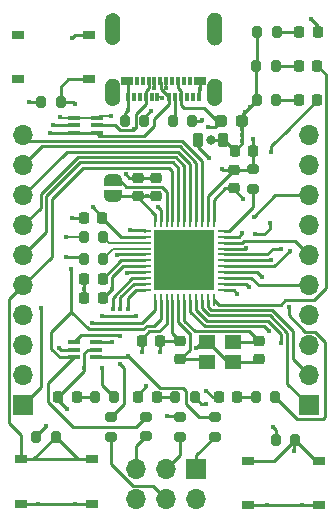
<source format=gbr>
%TF.GenerationSoftware,KiCad,Pcbnew,(6.0.7)*%
%TF.CreationDate,2022-09-02T00:32:44-07:00*%
%TF.ProjectId,HARDWARE_USBC_ISP_Programmer,48415244-5741-4524-955f-555342435f49,rev?*%
%TF.SameCoordinates,Original*%
%TF.FileFunction,Copper,L1,Top*%
%TF.FilePolarity,Positive*%
%FSLAX46Y46*%
G04 Gerber Fmt 4.6, Leading zero omitted, Abs format (unit mm)*
G04 Created by KiCad (PCBNEW (6.0.7)) date 2022-09-02 00:32:44*
%MOMM*%
%LPD*%
G01*
G04 APERTURE LIST*
G04 Aperture macros list*
%AMRoundRect*
0 Rectangle with rounded corners*
0 $1 Rounding radius*
0 $2 $3 $4 $5 $6 $7 $8 $9 X,Y pos of 4 corners*
0 Add a 4 corners polygon primitive as box body*
4,1,4,$2,$3,$4,$5,$6,$7,$8,$9,$2,$3,0*
0 Add four circle primitives for the rounded corners*
1,1,$1+$1,$2,$3*
1,1,$1+$1,$4,$5*
1,1,$1+$1,$6,$7*
1,1,$1+$1,$8,$9*
0 Add four rect primitives between the rounded corners*
20,1,$1+$1,$2,$3,$4,$5,0*
20,1,$1+$1,$4,$5,$6,$7,0*
20,1,$1+$1,$6,$7,$8,$9,0*
20,1,$1+$1,$8,$9,$2,$3,0*%
%AMFreePoly0*
4,1,22,0.500000,-0.750000,0.000000,-0.750000,0.000000,-0.745033,-0.079941,-0.743568,-0.215256,-0.701293,-0.333266,-0.622738,-0.424486,-0.514219,-0.481581,-0.384460,-0.499164,-0.250000,-0.500000,-0.250000,-0.500000,0.250000,-0.499164,0.250000,-0.499963,0.256109,-0.478152,0.396186,-0.417904,0.524511,-0.324060,0.630769,-0.204165,0.706417,-0.067858,0.745374,0.000000,0.744959,0.000000,0.750000,
0.500000,0.750000,0.500000,-0.750000,0.500000,-0.750000,$1*%
%AMFreePoly1*
4,1,20,0.000000,0.744959,0.073905,0.744508,0.209726,0.703889,0.328688,0.626782,0.421226,0.519385,0.479903,0.390333,0.500000,0.250000,0.500000,-0.250000,0.499851,-0.262216,0.476331,-0.402017,0.414519,-0.529596,0.319384,-0.634700,0.198574,-0.708877,0.061801,-0.746166,0.000000,-0.745033,0.000000,-0.750000,-0.500000,-0.750000,-0.500000,0.750000,0.000000,0.750000,0.000000,0.744959,
0.000000,0.744959,$1*%
G04 Aperture macros list end*
%TA.AperFunction,EtchedComponent*%
%ADD10C,0.010000*%
%TD*%
%TA.AperFunction,SMDPad,CuDef*%
%ADD11RoundRect,0.218750X-0.218750X-0.381250X0.218750X-0.381250X0.218750X0.381250X-0.218750X0.381250X0*%
%TD*%
%TA.AperFunction,SMDPad,CuDef*%
%ADD12R,1.000000X0.750000*%
%TD*%
%TA.AperFunction,SMDPad,CuDef*%
%ADD13RoundRect,0.200000X-0.200000X-0.275000X0.200000X-0.275000X0.200000X0.275000X-0.200000X0.275000X0*%
%TD*%
%TA.AperFunction,SMDPad,CuDef*%
%ADD14RoundRect,0.200000X0.200000X0.275000X-0.200000X0.275000X-0.200000X-0.275000X0.200000X-0.275000X0*%
%TD*%
%TA.AperFunction,SMDPad,CuDef*%
%ADD15FreePoly0,90.000000*%
%TD*%
%TA.AperFunction,SMDPad,CuDef*%
%ADD16FreePoly1,90.000000*%
%TD*%
%TA.AperFunction,SMDPad,CuDef*%
%ADD17RoundRect,0.225000X0.250000X-0.225000X0.250000X0.225000X-0.250000X0.225000X-0.250000X-0.225000X0*%
%TD*%
%TA.AperFunction,SMDPad,CuDef*%
%ADD18R,1.400000X1.200000*%
%TD*%
%TA.AperFunction,ComponentPad*%
%ADD19R,1.700000X1.700000*%
%TD*%
%TA.AperFunction,ComponentPad*%
%ADD20O,1.700000X1.700000*%
%TD*%
%TA.AperFunction,SMDPad,CuDef*%
%ADD21RoundRect,0.062500X-0.475000X-0.062500X0.475000X-0.062500X0.475000X0.062500X-0.475000X0.062500X0*%
%TD*%
%TA.AperFunction,SMDPad,CuDef*%
%ADD22RoundRect,0.062500X-0.062500X-0.475000X0.062500X-0.475000X0.062500X0.475000X-0.062500X0.475000X0*%
%TD*%
%TA.AperFunction,SMDPad,CuDef*%
%ADD23R,5.200000X5.200000*%
%TD*%
%TA.AperFunction,SMDPad,CuDef*%
%ADD24RoundRect,0.200000X0.275000X-0.200000X0.275000X0.200000X-0.275000X0.200000X-0.275000X-0.200000X0*%
%TD*%
%TA.AperFunction,SMDPad,CuDef*%
%ADD25RoundRect,0.218750X-0.218750X-0.256250X0.218750X-0.256250X0.218750X0.256250X-0.218750X0.256250X0*%
%TD*%
%TA.AperFunction,SMDPad,CuDef*%
%ADD26RoundRect,0.225000X0.225000X0.250000X-0.225000X0.250000X-0.225000X-0.250000X0.225000X-0.250000X0*%
%TD*%
%TA.AperFunction,SMDPad,CuDef*%
%ADD27R,0.300000X0.700000*%
%TD*%
%TA.AperFunction,SMDPad,CuDef*%
%ADD28R,1.000000X0.700000*%
%TD*%
%TA.AperFunction,ComponentPad*%
%ADD29C,1.200000*%
%TD*%
%TA.AperFunction,SMDPad,CuDef*%
%ADD30RoundRect,0.218750X0.218750X0.256250X-0.218750X0.256250X-0.218750X-0.256250X0.218750X-0.256250X0*%
%TD*%
%TA.AperFunction,SMDPad,CuDef*%
%ADD31RoundRect,0.200000X-0.275000X0.200000X-0.275000X-0.200000X0.275000X-0.200000X0.275000X0.200000X0*%
%TD*%
%TA.AperFunction,SMDPad,CuDef*%
%ADD32RoundRect,0.039000X0.491000X0.156000X-0.491000X0.156000X-0.491000X-0.156000X0.491000X-0.156000X0*%
%TD*%
%TA.AperFunction,SMDPad,CuDef*%
%ADD33RoundRect,0.237500X0.287500X0.237500X-0.287500X0.237500X-0.287500X-0.237500X0.287500X-0.237500X0*%
%TD*%
%TA.AperFunction,SMDPad,CuDef*%
%ADD34RoundRect,0.225000X-0.250000X0.225000X-0.250000X-0.225000X0.250000X-0.225000X0.250000X0.225000X0*%
%TD*%
%TA.AperFunction,SMDPad,CuDef*%
%ADD35RoundRect,0.225000X-0.225000X-0.250000X0.225000X-0.250000X0.225000X0.250000X-0.225000X0.250000X0*%
%TD*%
%TA.AperFunction,SMDPad,CuDef*%
%ADD36RoundRect,0.039000X-0.491000X-0.156000X0.491000X-0.156000X0.491000X0.156000X-0.491000X0.156000X0*%
%TD*%
%TA.AperFunction,ViaPad*%
%ADD37C,0.800000*%
%TD*%
%TA.AperFunction,ViaPad*%
%ADD38C,0.450000*%
%TD*%
%TA.AperFunction,ViaPad*%
%ADD39C,0.400000*%
%TD*%
%TA.AperFunction,Conductor*%
%ADD40C,0.250000*%
%TD*%
%TA.AperFunction,Conductor*%
%ADD41C,0.200000*%
%TD*%
G04 APERTURE END LIST*
%TO.C,J1*%
G36*
X68111000Y-90961000D02*
G01*
X68143000Y-90963000D01*
X68174000Y-90967000D01*
X68205000Y-90973000D01*
X68235000Y-90980000D01*
X68265000Y-90989000D01*
X68295000Y-91000000D01*
X68324000Y-91012000D01*
X68352000Y-91025000D01*
X68380000Y-91040000D01*
X68407000Y-91057000D01*
X68433000Y-91075000D01*
X68458000Y-91094000D01*
X68481000Y-91114000D01*
X68504000Y-91136000D01*
X68526000Y-91159000D01*
X68546000Y-91182000D01*
X68565000Y-91207000D01*
X68583000Y-91233000D01*
X68600000Y-91260000D01*
X68615000Y-91288000D01*
X68628000Y-91316000D01*
X68640000Y-91345000D01*
X68651000Y-91375000D01*
X68660000Y-91405000D01*
X68667000Y-91435000D01*
X68673000Y-91466000D01*
X68677000Y-91497000D01*
X68679000Y-91529000D01*
X68680000Y-91560000D01*
X68680000Y-92560000D01*
X68679000Y-92591000D01*
X68677000Y-92623000D01*
X68673000Y-92654000D01*
X68667000Y-92685000D01*
X68660000Y-92715000D01*
X68651000Y-92745000D01*
X68640000Y-92775000D01*
X68628000Y-92804000D01*
X68615000Y-92832000D01*
X68600000Y-92860000D01*
X68583000Y-92887000D01*
X68565000Y-92913000D01*
X68546000Y-92938000D01*
X68526000Y-92961000D01*
X68504000Y-92984000D01*
X68481000Y-93006000D01*
X68458000Y-93026000D01*
X68433000Y-93045000D01*
X68407000Y-93063000D01*
X68380000Y-93080000D01*
X68352000Y-93095000D01*
X68324000Y-93108000D01*
X68295000Y-93120000D01*
X68265000Y-93131000D01*
X68235000Y-93140000D01*
X68205000Y-93147000D01*
X68174000Y-93153000D01*
X68143000Y-93157000D01*
X68111000Y-93159000D01*
X68080000Y-93160000D01*
X68049000Y-93159000D01*
X68017000Y-93157000D01*
X67986000Y-93153000D01*
X67955000Y-93147000D01*
X67925000Y-93140000D01*
X67895000Y-93131000D01*
X67865000Y-93120000D01*
X67836000Y-93108000D01*
X67808000Y-93095000D01*
X67780000Y-93080000D01*
X67753000Y-93063000D01*
X67727000Y-93045000D01*
X67702000Y-93026000D01*
X67679000Y-93006000D01*
X67656000Y-92984000D01*
X67634000Y-92961000D01*
X67614000Y-92938000D01*
X67595000Y-92913000D01*
X67577000Y-92887000D01*
X67560000Y-92860000D01*
X67545000Y-92832000D01*
X67532000Y-92804000D01*
X67520000Y-92775000D01*
X67509000Y-92745000D01*
X67500000Y-92715000D01*
X67493000Y-92685000D01*
X67487000Y-92654000D01*
X67483000Y-92623000D01*
X67481000Y-92591000D01*
X67480000Y-92560000D01*
X67480000Y-91560000D01*
X67481000Y-91529000D01*
X67483000Y-91497000D01*
X67487000Y-91466000D01*
X67493000Y-91435000D01*
X67500000Y-91405000D01*
X67509000Y-91375000D01*
X67520000Y-91345000D01*
X67532000Y-91316000D01*
X67545000Y-91288000D01*
X67560000Y-91260000D01*
X67577000Y-91233000D01*
X67595000Y-91207000D01*
X67614000Y-91182000D01*
X67634000Y-91159000D01*
X67656000Y-91136000D01*
X67679000Y-91114000D01*
X67702000Y-91094000D01*
X67727000Y-91075000D01*
X67753000Y-91057000D01*
X67780000Y-91040000D01*
X67808000Y-91025000D01*
X67836000Y-91012000D01*
X67865000Y-91000000D01*
X67895000Y-90989000D01*
X67925000Y-90980000D01*
X67955000Y-90973000D01*
X67986000Y-90967000D01*
X68017000Y-90963000D01*
X68049000Y-90961000D01*
X68080000Y-90960000D01*
X68111000Y-90961000D01*
G37*
D10*
X68111000Y-90961000D02*
X68143000Y-90963000D01*
X68174000Y-90967000D01*
X68205000Y-90973000D01*
X68235000Y-90980000D01*
X68265000Y-90989000D01*
X68295000Y-91000000D01*
X68324000Y-91012000D01*
X68352000Y-91025000D01*
X68380000Y-91040000D01*
X68407000Y-91057000D01*
X68433000Y-91075000D01*
X68458000Y-91094000D01*
X68481000Y-91114000D01*
X68504000Y-91136000D01*
X68526000Y-91159000D01*
X68546000Y-91182000D01*
X68565000Y-91207000D01*
X68583000Y-91233000D01*
X68600000Y-91260000D01*
X68615000Y-91288000D01*
X68628000Y-91316000D01*
X68640000Y-91345000D01*
X68651000Y-91375000D01*
X68660000Y-91405000D01*
X68667000Y-91435000D01*
X68673000Y-91466000D01*
X68677000Y-91497000D01*
X68679000Y-91529000D01*
X68680000Y-91560000D01*
X68680000Y-92560000D01*
X68679000Y-92591000D01*
X68677000Y-92623000D01*
X68673000Y-92654000D01*
X68667000Y-92685000D01*
X68660000Y-92715000D01*
X68651000Y-92745000D01*
X68640000Y-92775000D01*
X68628000Y-92804000D01*
X68615000Y-92832000D01*
X68600000Y-92860000D01*
X68583000Y-92887000D01*
X68565000Y-92913000D01*
X68546000Y-92938000D01*
X68526000Y-92961000D01*
X68504000Y-92984000D01*
X68481000Y-93006000D01*
X68458000Y-93026000D01*
X68433000Y-93045000D01*
X68407000Y-93063000D01*
X68380000Y-93080000D01*
X68352000Y-93095000D01*
X68324000Y-93108000D01*
X68295000Y-93120000D01*
X68265000Y-93131000D01*
X68235000Y-93140000D01*
X68205000Y-93147000D01*
X68174000Y-93153000D01*
X68143000Y-93157000D01*
X68111000Y-93159000D01*
X68080000Y-93160000D01*
X68049000Y-93159000D01*
X68017000Y-93157000D01*
X67986000Y-93153000D01*
X67955000Y-93147000D01*
X67925000Y-93140000D01*
X67895000Y-93131000D01*
X67865000Y-93120000D01*
X67836000Y-93108000D01*
X67808000Y-93095000D01*
X67780000Y-93080000D01*
X67753000Y-93063000D01*
X67727000Y-93045000D01*
X67702000Y-93026000D01*
X67679000Y-93006000D01*
X67656000Y-92984000D01*
X67634000Y-92961000D01*
X67614000Y-92938000D01*
X67595000Y-92913000D01*
X67577000Y-92887000D01*
X67560000Y-92860000D01*
X67545000Y-92832000D01*
X67532000Y-92804000D01*
X67520000Y-92775000D01*
X67509000Y-92745000D01*
X67500000Y-92715000D01*
X67493000Y-92685000D01*
X67487000Y-92654000D01*
X67483000Y-92623000D01*
X67481000Y-92591000D01*
X67480000Y-92560000D01*
X67480000Y-91560000D01*
X67481000Y-91529000D01*
X67483000Y-91497000D01*
X67487000Y-91466000D01*
X67493000Y-91435000D01*
X67500000Y-91405000D01*
X67509000Y-91375000D01*
X67520000Y-91345000D01*
X67532000Y-91316000D01*
X67545000Y-91288000D01*
X67560000Y-91260000D01*
X67577000Y-91233000D01*
X67595000Y-91207000D01*
X67614000Y-91182000D01*
X67634000Y-91159000D01*
X67656000Y-91136000D01*
X67679000Y-91114000D01*
X67702000Y-91094000D01*
X67727000Y-91075000D01*
X67753000Y-91057000D01*
X67780000Y-91040000D01*
X67808000Y-91025000D01*
X67836000Y-91012000D01*
X67865000Y-91000000D01*
X67895000Y-90989000D01*
X67925000Y-90980000D01*
X67955000Y-90973000D01*
X67986000Y-90967000D01*
X68017000Y-90963000D01*
X68049000Y-90961000D01*
X68080000Y-90960000D01*
X68111000Y-90961000D01*
G36*
X68110000Y-85402000D02*
G01*
X68142000Y-85406000D01*
X68174000Y-85411000D01*
X68206000Y-85418000D01*
X68238000Y-85427000D01*
X68269000Y-85437000D01*
X68299000Y-85449000D01*
X68329000Y-85463000D01*
X68358000Y-85478000D01*
X68386000Y-85495000D01*
X68414000Y-85513000D01*
X68440000Y-85532000D01*
X68465000Y-85553000D01*
X68490000Y-85575000D01*
X68512000Y-85598000D01*
X68534000Y-85623000D01*
X68555000Y-85649000D01*
X68574000Y-85675000D01*
X68591000Y-85703000D01*
X68607000Y-85731000D01*
X68622000Y-85761000D01*
X68635000Y-85791000D01*
X68646000Y-85821000D01*
X68656000Y-85853000D01*
X68664000Y-85884000D01*
X68671000Y-85916000D01*
X68676000Y-85949000D01*
X68679000Y-85981000D01*
X68680000Y-86014000D01*
X68680000Y-87386000D01*
X68679000Y-87419000D01*
X68676000Y-87451000D01*
X68671000Y-87484000D01*
X68664000Y-87516000D01*
X68656000Y-87547000D01*
X68646000Y-87579000D01*
X68635000Y-87609000D01*
X68622000Y-87639000D01*
X68607000Y-87669000D01*
X68591000Y-87697000D01*
X68574000Y-87725000D01*
X68555000Y-87751000D01*
X68534000Y-87777000D01*
X68512000Y-87802000D01*
X68490000Y-87825000D01*
X68465000Y-87847000D01*
X68440000Y-87868000D01*
X68414000Y-87887000D01*
X68386000Y-87905000D01*
X68358000Y-87922000D01*
X68329000Y-87937000D01*
X68299000Y-87951000D01*
X68269000Y-87963000D01*
X68238000Y-87973000D01*
X68206000Y-87982000D01*
X68174000Y-87989000D01*
X68142000Y-87994000D01*
X68110000Y-87998000D01*
X68080000Y-88000000D01*
X68050000Y-87998000D01*
X68018000Y-87994000D01*
X67986000Y-87989000D01*
X67954000Y-87982000D01*
X67922000Y-87973000D01*
X67891000Y-87963000D01*
X67861000Y-87951000D01*
X67831000Y-87937000D01*
X67802000Y-87922000D01*
X67774000Y-87905000D01*
X67746000Y-87887000D01*
X67720000Y-87868000D01*
X67695000Y-87847000D01*
X67670000Y-87825000D01*
X67648000Y-87802000D01*
X67626000Y-87777000D01*
X67605000Y-87751000D01*
X67586000Y-87725000D01*
X67569000Y-87697000D01*
X67553000Y-87669000D01*
X67538000Y-87639000D01*
X67525000Y-87609000D01*
X67514000Y-87579000D01*
X67504000Y-87547000D01*
X67496000Y-87516000D01*
X67489000Y-87484000D01*
X67484000Y-87451000D01*
X67481000Y-87419000D01*
X67480000Y-87386000D01*
X67480000Y-86014000D01*
X67481000Y-85981000D01*
X67484000Y-85949000D01*
X67489000Y-85916000D01*
X67496000Y-85884000D01*
X67504000Y-85853000D01*
X67514000Y-85821000D01*
X67525000Y-85791000D01*
X67538000Y-85761000D01*
X67553000Y-85731000D01*
X67569000Y-85703000D01*
X67586000Y-85675000D01*
X67605000Y-85649000D01*
X67626000Y-85623000D01*
X67648000Y-85598000D01*
X67670000Y-85575000D01*
X67695000Y-85553000D01*
X67720000Y-85532000D01*
X67746000Y-85513000D01*
X67774000Y-85495000D01*
X67802000Y-85478000D01*
X67831000Y-85463000D01*
X67861000Y-85449000D01*
X67891000Y-85437000D01*
X67922000Y-85427000D01*
X67954000Y-85418000D01*
X67986000Y-85411000D01*
X68018000Y-85406000D01*
X68050000Y-85402000D01*
X68080000Y-85400000D01*
X68110000Y-85402000D01*
G37*
X68110000Y-85402000D02*
X68142000Y-85406000D01*
X68174000Y-85411000D01*
X68206000Y-85418000D01*
X68238000Y-85427000D01*
X68269000Y-85437000D01*
X68299000Y-85449000D01*
X68329000Y-85463000D01*
X68358000Y-85478000D01*
X68386000Y-85495000D01*
X68414000Y-85513000D01*
X68440000Y-85532000D01*
X68465000Y-85553000D01*
X68490000Y-85575000D01*
X68512000Y-85598000D01*
X68534000Y-85623000D01*
X68555000Y-85649000D01*
X68574000Y-85675000D01*
X68591000Y-85703000D01*
X68607000Y-85731000D01*
X68622000Y-85761000D01*
X68635000Y-85791000D01*
X68646000Y-85821000D01*
X68656000Y-85853000D01*
X68664000Y-85884000D01*
X68671000Y-85916000D01*
X68676000Y-85949000D01*
X68679000Y-85981000D01*
X68680000Y-86014000D01*
X68680000Y-87386000D01*
X68679000Y-87419000D01*
X68676000Y-87451000D01*
X68671000Y-87484000D01*
X68664000Y-87516000D01*
X68656000Y-87547000D01*
X68646000Y-87579000D01*
X68635000Y-87609000D01*
X68622000Y-87639000D01*
X68607000Y-87669000D01*
X68591000Y-87697000D01*
X68574000Y-87725000D01*
X68555000Y-87751000D01*
X68534000Y-87777000D01*
X68512000Y-87802000D01*
X68490000Y-87825000D01*
X68465000Y-87847000D01*
X68440000Y-87868000D01*
X68414000Y-87887000D01*
X68386000Y-87905000D01*
X68358000Y-87922000D01*
X68329000Y-87937000D01*
X68299000Y-87951000D01*
X68269000Y-87963000D01*
X68238000Y-87973000D01*
X68206000Y-87982000D01*
X68174000Y-87989000D01*
X68142000Y-87994000D01*
X68110000Y-87998000D01*
X68080000Y-88000000D01*
X68050000Y-87998000D01*
X68018000Y-87994000D01*
X67986000Y-87989000D01*
X67954000Y-87982000D01*
X67922000Y-87973000D01*
X67891000Y-87963000D01*
X67861000Y-87951000D01*
X67831000Y-87937000D01*
X67802000Y-87922000D01*
X67774000Y-87905000D01*
X67746000Y-87887000D01*
X67720000Y-87868000D01*
X67695000Y-87847000D01*
X67670000Y-87825000D01*
X67648000Y-87802000D01*
X67626000Y-87777000D01*
X67605000Y-87751000D01*
X67586000Y-87725000D01*
X67569000Y-87697000D01*
X67553000Y-87669000D01*
X67538000Y-87639000D01*
X67525000Y-87609000D01*
X67514000Y-87579000D01*
X67504000Y-87547000D01*
X67496000Y-87516000D01*
X67489000Y-87484000D01*
X67484000Y-87451000D01*
X67481000Y-87419000D01*
X67480000Y-87386000D01*
X67480000Y-86014000D01*
X67481000Y-85981000D01*
X67484000Y-85949000D01*
X67489000Y-85916000D01*
X67496000Y-85884000D01*
X67504000Y-85853000D01*
X67514000Y-85821000D01*
X67525000Y-85791000D01*
X67538000Y-85761000D01*
X67553000Y-85731000D01*
X67569000Y-85703000D01*
X67586000Y-85675000D01*
X67605000Y-85649000D01*
X67626000Y-85623000D01*
X67648000Y-85598000D01*
X67670000Y-85575000D01*
X67695000Y-85553000D01*
X67720000Y-85532000D01*
X67746000Y-85513000D01*
X67774000Y-85495000D01*
X67802000Y-85478000D01*
X67831000Y-85463000D01*
X67861000Y-85449000D01*
X67891000Y-85437000D01*
X67922000Y-85427000D01*
X67954000Y-85418000D01*
X67986000Y-85411000D01*
X68018000Y-85406000D01*
X68050000Y-85402000D01*
X68080000Y-85400000D01*
X68110000Y-85402000D01*
G36*
X76785000Y-90961000D02*
G01*
X76815000Y-90964000D01*
X76845000Y-90968000D01*
X76874000Y-90974000D01*
X76904000Y-90982000D01*
X76932000Y-90991000D01*
X76961000Y-91001000D01*
X76988000Y-91013000D01*
X77015000Y-91027000D01*
X77041000Y-91042000D01*
X77067000Y-91058000D01*
X77091000Y-91075000D01*
X77115000Y-91094000D01*
X77138000Y-91114000D01*
X77159000Y-91135000D01*
X77179000Y-91157000D01*
X77199000Y-91181000D01*
X77216000Y-91205000D01*
X77233000Y-91230000D01*
X77248000Y-91256000D01*
X77262000Y-91283000D01*
X77275000Y-91310000D01*
X77286000Y-91338000D01*
X77295000Y-91367000D01*
X77303000Y-91396000D01*
X77310000Y-91425000D01*
X77315000Y-91455000D01*
X77318000Y-91485000D01*
X77320000Y-91510000D01*
X77320000Y-92546000D01*
X77319000Y-92579000D01*
X77316000Y-92611000D01*
X77311000Y-92644000D01*
X77304000Y-92676000D01*
X77296000Y-92707000D01*
X77286000Y-92739000D01*
X77275000Y-92769000D01*
X77262000Y-92799000D01*
X77247000Y-92829000D01*
X77231000Y-92857000D01*
X77214000Y-92885000D01*
X77195000Y-92911000D01*
X77174000Y-92937000D01*
X77152000Y-92962000D01*
X77130000Y-92985000D01*
X77105000Y-93007000D01*
X77080000Y-93028000D01*
X77054000Y-93047000D01*
X77026000Y-93065000D01*
X76998000Y-93082000D01*
X76969000Y-93097000D01*
X76939000Y-93111000D01*
X76909000Y-93123000D01*
X76878000Y-93133000D01*
X76846000Y-93142000D01*
X76814000Y-93149000D01*
X76782000Y-93154000D01*
X76750000Y-93158000D01*
X76720000Y-93160000D01*
X76689000Y-93159000D01*
X76657000Y-93157000D01*
X76626000Y-93153000D01*
X76595000Y-93147000D01*
X76565000Y-93140000D01*
X76535000Y-93131000D01*
X76505000Y-93120000D01*
X76476000Y-93108000D01*
X76448000Y-93095000D01*
X76420000Y-93080000D01*
X76393000Y-93063000D01*
X76367000Y-93045000D01*
X76342000Y-93026000D01*
X76319000Y-93006000D01*
X76296000Y-92984000D01*
X76274000Y-92961000D01*
X76254000Y-92938000D01*
X76235000Y-92913000D01*
X76217000Y-92887000D01*
X76200000Y-92860000D01*
X76185000Y-92832000D01*
X76172000Y-92804000D01*
X76160000Y-92775000D01*
X76149000Y-92745000D01*
X76140000Y-92715000D01*
X76133000Y-92685000D01*
X76127000Y-92654000D01*
X76123000Y-92623000D01*
X76121000Y-92591000D01*
X76120000Y-92560000D01*
X76120000Y-91560000D01*
X76121000Y-91529000D01*
X76123000Y-91497000D01*
X76127000Y-91466000D01*
X76133000Y-91435000D01*
X76140000Y-91405000D01*
X76149000Y-91375000D01*
X76160000Y-91345000D01*
X76172000Y-91316000D01*
X76185000Y-91288000D01*
X76200000Y-91260000D01*
X76217000Y-91233000D01*
X76235000Y-91207000D01*
X76254000Y-91182000D01*
X76274000Y-91159000D01*
X76296000Y-91136000D01*
X76319000Y-91114000D01*
X76342000Y-91094000D01*
X76367000Y-91075000D01*
X76393000Y-91057000D01*
X76420000Y-91040000D01*
X76448000Y-91025000D01*
X76476000Y-91012000D01*
X76505000Y-91000000D01*
X76535000Y-90989000D01*
X76565000Y-90980000D01*
X76595000Y-90973000D01*
X76626000Y-90967000D01*
X76657000Y-90963000D01*
X76689000Y-90961000D01*
X76720000Y-90960000D01*
X76755000Y-90960000D01*
X76785000Y-90961000D01*
G37*
X76785000Y-90961000D02*
X76815000Y-90964000D01*
X76845000Y-90968000D01*
X76874000Y-90974000D01*
X76904000Y-90982000D01*
X76932000Y-90991000D01*
X76961000Y-91001000D01*
X76988000Y-91013000D01*
X77015000Y-91027000D01*
X77041000Y-91042000D01*
X77067000Y-91058000D01*
X77091000Y-91075000D01*
X77115000Y-91094000D01*
X77138000Y-91114000D01*
X77159000Y-91135000D01*
X77179000Y-91157000D01*
X77199000Y-91181000D01*
X77216000Y-91205000D01*
X77233000Y-91230000D01*
X77248000Y-91256000D01*
X77262000Y-91283000D01*
X77275000Y-91310000D01*
X77286000Y-91338000D01*
X77295000Y-91367000D01*
X77303000Y-91396000D01*
X77310000Y-91425000D01*
X77315000Y-91455000D01*
X77318000Y-91485000D01*
X77320000Y-91510000D01*
X77320000Y-92546000D01*
X77319000Y-92579000D01*
X77316000Y-92611000D01*
X77311000Y-92644000D01*
X77304000Y-92676000D01*
X77296000Y-92707000D01*
X77286000Y-92739000D01*
X77275000Y-92769000D01*
X77262000Y-92799000D01*
X77247000Y-92829000D01*
X77231000Y-92857000D01*
X77214000Y-92885000D01*
X77195000Y-92911000D01*
X77174000Y-92937000D01*
X77152000Y-92962000D01*
X77130000Y-92985000D01*
X77105000Y-93007000D01*
X77080000Y-93028000D01*
X77054000Y-93047000D01*
X77026000Y-93065000D01*
X76998000Y-93082000D01*
X76969000Y-93097000D01*
X76939000Y-93111000D01*
X76909000Y-93123000D01*
X76878000Y-93133000D01*
X76846000Y-93142000D01*
X76814000Y-93149000D01*
X76782000Y-93154000D01*
X76750000Y-93158000D01*
X76720000Y-93160000D01*
X76689000Y-93159000D01*
X76657000Y-93157000D01*
X76626000Y-93153000D01*
X76595000Y-93147000D01*
X76565000Y-93140000D01*
X76535000Y-93131000D01*
X76505000Y-93120000D01*
X76476000Y-93108000D01*
X76448000Y-93095000D01*
X76420000Y-93080000D01*
X76393000Y-93063000D01*
X76367000Y-93045000D01*
X76342000Y-93026000D01*
X76319000Y-93006000D01*
X76296000Y-92984000D01*
X76274000Y-92961000D01*
X76254000Y-92938000D01*
X76235000Y-92913000D01*
X76217000Y-92887000D01*
X76200000Y-92860000D01*
X76185000Y-92832000D01*
X76172000Y-92804000D01*
X76160000Y-92775000D01*
X76149000Y-92745000D01*
X76140000Y-92715000D01*
X76133000Y-92685000D01*
X76127000Y-92654000D01*
X76123000Y-92623000D01*
X76121000Y-92591000D01*
X76120000Y-92560000D01*
X76120000Y-91560000D01*
X76121000Y-91529000D01*
X76123000Y-91497000D01*
X76127000Y-91466000D01*
X76133000Y-91435000D01*
X76140000Y-91405000D01*
X76149000Y-91375000D01*
X76160000Y-91345000D01*
X76172000Y-91316000D01*
X76185000Y-91288000D01*
X76200000Y-91260000D01*
X76217000Y-91233000D01*
X76235000Y-91207000D01*
X76254000Y-91182000D01*
X76274000Y-91159000D01*
X76296000Y-91136000D01*
X76319000Y-91114000D01*
X76342000Y-91094000D01*
X76367000Y-91075000D01*
X76393000Y-91057000D01*
X76420000Y-91040000D01*
X76448000Y-91025000D01*
X76476000Y-91012000D01*
X76505000Y-91000000D01*
X76535000Y-90989000D01*
X76565000Y-90980000D01*
X76595000Y-90973000D01*
X76626000Y-90967000D01*
X76657000Y-90963000D01*
X76689000Y-90961000D01*
X76720000Y-90960000D01*
X76755000Y-90960000D01*
X76785000Y-90961000D01*
G36*
X76750000Y-85352000D02*
G01*
X76782000Y-85356000D01*
X76814000Y-85361000D01*
X76846000Y-85368000D01*
X76878000Y-85377000D01*
X76909000Y-85387000D01*
X76939000Y-85399000D01*
X76969000Y-85413000D01*
X76998000Y-85428000D01*
X77026000Y-85445000D01*
X77054000Y-85463000D01*
X77080000Y-85482000D01*
X77105000Y-85503000D01*
X77130000Y-85525000D01*
X77152000Y-85548000D01*
X77174000Y-85573000D01*
X77195000Y-85599000D01*
X77214000Y-85625000D01*
X77231000Y-85653000D01*
X77247000Y-85681000D01*
X77262000Y-85711000D01*
X77275000Y-85741000D01*
X77286000Y-85771000D01*
X77296000Y-85803000D01*
X77304000Y-85834000D01*
X77311000Y-85866000D01*
X77316000Y-85899000D01*
X77319000Y-85931000D01*
X77320000Y-85964000D01*
X77320000Y-87436000D01*
X77319000Y-87469000D01*
X77316000Y-87501000D01*
X77311000Y-87534000D01*
X77304000Y-87566000D01*
X77296000Y-87597000D01*
X77286000Y-87629000D01*
X77275000Y-87659000D01*
X77262000Y-87689000D01*
X77247000Y-87719000D01*
X77231000Y-87747000D01*
X77214000Y-87775000D01*
X77195000Y-87801000D01*
X77174000Y-87827000D01*
X77152000Y-87852000D01*
X77130000Y-87875000D01*
X77105000Y-87897000D01*
X77080000Y-87918000D01*
X77054000Y-87937000D01*
X77026000Y-87955000D01*
X76998000Y-87972000D01*
X76969000Y-87987000D01*
X76939000Y-88001000D01*
X76909000Y-88013000D01*
X76878000Y-88023000D01*
X76846000Y-88032000D01*
X76814000Y-88039000D01*
X76782000Y-88044000D01*
X76750000Y-88048000D01*
X76720000Y-88050000D01*
X76690000Y-88048000D01*
X76658000Y-88044000D01*
X76626000Y-88039000D01*
X76594000Y-88032000D01*
X76562000Y-88023000D01*
X76531000Y-88013000D01*
X76501000Y-88001000D01*
X76471000Y-87987000D01*
X76442000Y-87972000D01*
X76414000Y-87955000D01*
X76386000Y-87937000D01*
X76360000Y-87918000D01*
X76335000Y-87897000D01*
X76310000Y-87875000D01*
X76288000Y-87852000D01*
X76266000Y-87827000D01*
X76245000Y-87801000D01*
X76226000Y-87775000D01*
X76209000Y-87747000D01*
X76193000Y-87719000D01*
X76178000Y-87689000D01*
X76165000Y-87659000D01*
X76154000Y-87629000D01*
X76144000Y-87597000D01*
X76136000Y-87566000D01*
X76129000Y-87534000D01*
X76124000Y-87501000D01*
X76121000Y-87469000D01*
X76120000Y-87436000D01*
X76120000Y-85964000D01*
X76121000Y-85931000D01*
X76124000Y-85899000D01*
X76129000Y-85866000D01*
X76136000Y-85834000D01*
X76144000Y-85803000D01*
X76154000Y-85771000D01*
X76165000Y-85741000D01*
X76178000Y-85711000D01*
X76193000Y-85681000D01*
X76209000Y-85653000D01*
X76226000Y-85625000D01*
X76245000Y-85599000D01*
X76266000Y-85573000D01*
X76288000Y-85548000D01*
X76310000Y-85525000D01*
X76335000Y-85503000D01*
X76360000Y-85482000D01*
X76386000Y-85463000D01*
X76414000Y-85445000D01*
X76442000Y-85428000D01*
X76471000Y-85413000D01*
X76501000Y-85399000D01*
X76531000Y-85387000D01*
X76562000Y-85377000D01*
X76594000Y-85368000D01*
X76626000Y-85361000D01*
X76658000Y-85356000D01*
X76690000Y-85352000D01*
X76720000Y-85350000D01*
X76750000Y-85352000D01*
G37*
X76750000Y-85352000D02*
X76782000Y-85356000D01*
X76814000Y-85361000D01*
X76846000Y-85368000D01*
X76878000Y-85377000D01*
X76909000Y-85387000D01*
X76939000Y-85399000D01*
X76969000Y-85413000D01*
X76998000Y-85428000D01*
X77026000Y-85445000D01*
X77054000Y-85463000D01*
X77080000Y-85482000D01*
X77105000Y-85503000D01*
X77130000Y-85525000D01*
X77152000Y-85548000D01*
X77174000Y-85573000D01*
X77195000Y-85599000D01*
X77214000Y-85625000D01*
X77231000Y-85653000D01*
X77247000Y-85681000D01*
X77262000Y-85711000D01*
X77275000Y-85741000D01*
X77286000Y-85771000D01*
X77296000Y-85803000D01*
X77304000Y-85834000D01*
X77311000Y-85866000D01*
X77316000Y-85899000D01*
X77319000Y-85931000D01*
X77320000Y-85964000D01*
X77320000Y-87436000D01*
X77319000Y-87469000D01*
X77316000Y-87501000D01*
X77311000Y-87534000D01*
X77304000Y-87566000D01*
X77296000Y-87597000D01*
X77286000Y-87629000D01*
X77275000Y-87659000D01*
X77262000Y-87689000D01*
X77247000Y-87719000D01*
X77231000Y-87747000D01*
X77214000Y-87775000D01*
X77195000Y-87801000D01*
X77174000Y-87827000D01*
X77152000Y-87852000D01*
X77130000Y-87875000D01*
X77105000Y-87897000D01*
X77080000Y-87918000D01*
X77054000Y-87937000D01*
X77026000Y-87955000D01*
X76998000Y-87972000D01*
X76969000Y-87987000D01*
X76939000Y-88001000D01*
X76909000Y-88013000D01*
X76878000Y-88023000D01*
X76846000Y-88032000D01*
X76814000Y-88039000D01*
X76782000Y-88044000D01*
X76750000Y-88048000D01*
X76720000Y-88050000D01*
X76690000Y-88048000D01*
X76658000Y-88044000D01*
X76626000Y-88039000D01*
X76594000Y-88032000D01*
X76562000Y-88023000D01*
X76531000Y-88013000D01*
X76501000Y-88001000D01*
X76471000Y-87987000D01*
X76442000Y-87972000D01*
X76414000Y-87955000D01*
X76386000Y-87937000D01*
X76360000Y-87918000D01*
X76335000Y-87897000D01*
X76310000Y-87875000D01*
X76288000Y-87852000D01*
X76266000Y-87827000D01*
X76245000Y-87801000D01*
X76226000Y-87775000D01*
X76209000Y-87747000D01*
X76193000Y-87719000D01*
X76178000Y-87689000D01*
X76165000Y-87659000D01*
X76154000Y-87629000D01*
X76144000Y-87597000D01*
X76136000Y-87566000D01*
X76129000Y-87534000D01*
X76124000Y-87501000D01*
X76121000Y-87469000D01*
X76120000Y-87436000D01*
X76120000Y-85964000D01*
X76121000Y-85931000D01*
X76124000Y-85899000D01*
X76129000Y-85866000D01*
X76136000Y-85834000D01*
X76144000Y-85803000D01*
X76154000Y-85771000D01*
X76165000Y-85741000D01*
X76178000Y-85711000D01*
X76193000Y-85681000D01*
X76209000Y-85653000D01*
X76226000Y-85625000D01*
X76245000Y-85599000D01*
X76266000Y-85573000D01*
X76288000Y-85548000D01*
X76310000Y-85525000D01*
X76335000Y-85503000D01*
X76360000Y-85482000D01*
X76386000Y-85463000D01*
X76414000Y-85445000D01*
X76442000Y-85428000D01*
X76471000Y-85413000D01*
X76501000Y-85399000D01*
X76531000Y-85387000D01*
X76562000Y-85377000D01*
X76594000Y-85368000D01*
X76626000Y-85361000D01*
X76658000Y-85356000D01*
X76690000Y-85352000D01*
X76720000Y-85350000D01*
X76750000Y-85352000D01*
%TD*%
D11*
%TO.P,FB1,1*%
%TO.N,+5VA*%
X75300000Y-96125000D03*
%TO.P,FB1,2*%
%TO.N,+5V*%
X77425000Y-96125000D03*
%TD*%
D12*
%TO.P,S3,A*%
%TO.N,/A4*%
X79575000Y-123300000D03*
%TO.P,S3,B*%
X85575000Y-123300000D03*
%TO.P,S3,C*%
%TO.N,GND*%
X79575000Y-127050000D03*
%TO.P,S3,D*%
X85575000Y-127050000D03*
%TD*%
D13*
%TO.P,R3,1*%
%TO.N,GND*%
X61625000Y-121300000D03*
%TO.P,R3,2*%
%TO.N,/A5*%
X63275000Y-121300000D03*
%TD*%
D14*
%TO.P,R18,1*%
%TO.N,/CC2*%
X70800000Y-94525000D03*
%TO.P,R18,2*%
%TO.N,GND*%
X69150000Y-94525000D03*
%TD*%
D15*
%TO.P,JP1,1,A*%
%TO.N,+5VA*%
X68125000Y-100850000D03*
D16*
%TO.P,JP1,2,B*%
%TO.N,/AREF*%
X68125000Y-99550000D03*
%TD*%
D17*
%TO.P,C4,1*%
%TO.N,+5VA*%
X70250000Y-100875000D03*
%TO.P,C4,2*%
%TO.N,GND*%
X70250000Y-99325000D03*
%TD*%
D18*
%TO.P,Y1,1,1*%
%TO.N,/HSE_IN*%
X78300000Y-113250000D03*
%TO.P,Y1,2,2*%
%TO.N,GND*%
X76100000Y-113250000D03*
%TO.P,Y1,3,3*%
%TO.N,/HSE_OUT*%
X76100000Y-114950000D03*
%TO.P,Y1,4,4*%
%TO.N,GND*%
X78300000Y-114950000D03*
%TD*%
D13*
%TO.P,R10,1*%
%TO.N,+5V*%
X80350000Y-86975000D03*
%TO.P,R10,2*%
%TO.N,Net-(D5-Pad2)*%
X82000000Y-86975000D03*
%TD*%
D19*
%TO.P,J2,1,Pin_1*%
%TO.N,Net-(J2-Pad1)*%
X75200000Y-124025000D03*
D20*
%TO.P,J2,2,Pin_2*%
%TO.N,+5V*%
X75200000Y-126565000D03*
%TO.P,J2,3,Pin_3*%
%TO.N,Net-(J2-Pad3)*%
X72660000Y-124025000D03*
%TO.P,J2,4,Pin_4*%
%TO.N,Net-(J2-Pad4)*%
X72660000Y-126565000D03*
%TO.P,J2,5,Pin_5*%
%TO.N,Net-(J2-Pad5)*%
X70120000Y-124025000D03*
%TO.P,J2,6,Pin_6*%
%TO.N,GND*%
X70120000Y-126565000D03*
%TD*%
D21*
%TO.P,U1,1,PE6*%
%TO.N,/D7*%
X70837500Y-103825000D03*
%TO.P,U1,2,UVCC*%
%TO.N,+5V*%
X70837500Y-104325000D03*
%TO.P,U1,3,D-*%
%TO.N,/D-*%
X70837500Y-104825000D03*
%TO.P,U1,4,D+*%
%TO.N,/D+*%
X70837500Y-105325000D03*
%TO.P,U1,5,UGND*%
%TO.N,GND*%
X70837500Y-105825000D03*
%TO.P,U1,6,UCAP*%
%TO.N,Net-(C10-Pad1)*%
X70837500Y-106325000D03*
%TO.P,U1,7,VBUS*%
%TO.N,+5V*%
X70837500Y-106825000D03*
%TO.P,U1,8,PB0*%
%TO.N,/RXLED*%
X70837500Y-107325000D03*
%TO.P,U1,9,PB1*%
%TO.N,/SCK*%
X70837500Y-107825000D03*
%TO.P,U1,10,PB2*%
%TO.N,/MOSI*%
X70837500Y-108325000D03*
%TO.P,U1,11,PB3*%
%TO.N,/MISO*%
X70837500Y-108825000D03*
D22*
%TO.P,U1,12,PB7*%
%TO.N,/IO11*%
X71675000Y-109662500D03*
%TO.P,U1,13,~{RESET}*%
%TO.N,/NRESET*%
X72175000Y-109662500D03*
%TO.P,U1,14,VCC*%
%TO.N,+5V*%
X72675000Y-109662500D03*
%TO.P,U1,15,GND*%
%TO.N,GND*%
X73175000Y-109662500D03*
%TO.P,U1,16,XTAL2*%
%TO.N,/HSE_OUT*%
X73675000Y-109662500D03*
%TO.P,U1,17,XTAL1*%
%TO.N,/HSE_IN*%
X74175000Y-109662500D03*
%TO.P,U1,18,PD0*%
%TO.N,/D3 {slash} SCL*%
X74675000Y-109662500D03*
%TO.P,U1,19,PD1*%
%TO.N,/D2 {slash} SDA*%
X75175000Y-109662500D03*
%TO.P,U1,20,PD2*%
%TO.N,/D0 {slash} RX*%
X75675000Y-109662500D03*
%TO.P,U1,21,PD3*%
%TO.N,/D1 {slash} TX*%
X76175000Y-109662500D03*
%TO.P,U1,22,PD5*%
%TO.N,/TXLED*%
X76675000Y-109662500D03*
D21*
%TO.P,U1,23,GND*%
%TO.N,GND*%
X77512500Y-108825000D03*
%TO.P,U1,24,AVCC*%
%TO.N,+5VA*%
X77512500Y-108325000D03*
%TO.P,U1,25,PD4*%
%TO.N,/D4*%
X77512500Y-107825000D03*
%TO.P,U1,26,PD6*%
%TO.N,/IO12*%
X77512500Y-107325000D03*
%TO.P,U1,27,PD7*%
%TO.N,/D6*%
X77512500Y-106825000D03*
%TO.P,U1,28,PB4*%
%TO.N,/IO8*%
X77512500Y-106325000D03*
%TO.P,U1,29,PB5*%
%TO.N,/IO9*%
X77512500Y-105825000D03*
%TO.P,U1,30,PB6*%
%TO.N,/IO10*%
X77512500Y-105325000D03*
%TO.P,U1,31,PC6*%
%TO.N,/D5*%
X77512500Y-104825000D03*
%TO.P,U1,32,PC7*%
%TO.N,/IO13*%
X77512500Y-104325000D03*
%TO.P,U1,33,~{HWB}/PE2*%
%TO.N,/HWB*%
X77512500Y-103825000D03*
D22*
%TO.P,U1,34,VCC*%
%TO.N,+5V*%
X76675000Y-102987500D03*
%TO.P,U1,35,GND*%
%TO.N,GND*%
X76175000Y-102987500D03*
%TO.P,U1,36,PF7*%
%TO.N,/A0*%
X75675000Y-102987500D03*
%TO.P,U1,37,PF6*%
%TO.N,/A1*%
X75175000Y-102987500D03*
%TO.P,U1,38,PF5*%
%TO.N,/A2*%
X74675000Y-102987500D03*
%TO.P,U1,39,PF4*%
%TO.N,/A3*%
X74175000Y-102987500D03*
%TO.P,U1,40,PF1*%
%TO.N,/A4*%
X73675000Y-102987500D03*
%TO.P,U1,41,PF0*%
%TO.N,/A5*%
X73175000Y-102987500D03*
%TO.P,U1,42,AREF*%
%TO.N,/AREF*%
X72675000Y-102987500D03*
%TO.P,U1,43,GND*%
%TO.N,GND*%
X72175000Y-102987500D03*
%TO.P,U1,44,AVCC*%
%TO.N,+5VA*%
X71675000Y-102987500D03*
D23*
%TO.P,U1,45,GND*%
%TO.N,GND*%
X74175000Y-106325000D03*
%TD*%
D13*
%TO.P,R1,1*%
%TO.N,/USB_D+*%
X65650000Y-106172000D03*
%TO.P,R1,2*%
%TO.N,/D+*%
X67300000Y-106172000D03*
%TD*%
D12*
%TO.P,S1,A*%
%TO.N,/A5*%
X60375000Y-123175000D03*
%TO.P,S1,B*%
X66375000Y-123175000D03*
%TO.P,S1,C*%
%TO.N,+5V*%
X60375000Y-126925000D03*
%TO.P,S1,D*%
X66375000Y-126925000D03*
%TD*%
D17*
%TO.P,C8,1*%
%TO.N,/HSE_OUT*%
X73825000Y-114675000D03*
%TO.P,C8,2*%
%TO.N,GND*%
X73825000Y-113125000D03*
%TD*%
D24*
%TO.P,R16,1*%
%TO.N,Net-(J2-Pad4)*%
X68000000Y-121250000D03*
%TO.P,R16,2*%
%TO.N,/MOSI*%
X68000000Y-119600000D03*
%TD*%
D14*
%TO.P,R11,1*%
%TO.N,/IO8*%
X68250000Y-117925000D03*
%TO.P,R11,2*%
%TO.N,Net-(D6-Pad2)*%
X66600000Y-117925000D03*
%TD*%
%TO.P,R5,1*%
%TO.N,/A4*%
X83575000Y-121525000D03*
%TO.P,R5,2*%
%TO.N,+5V*%
X81925000Y-121525000D03*
%TD*%
D25*
%TO.P,D6,1,K*%
%TO.N,GND*%
X63487500Y-117925000D03*
%TO.P,D6,2,A*%
%TO.N,Net-(D6-Pad2)*%
X65062500Y-117925000D03*
%TD*%
D26*
%TO.P,C3,1*%
%TO.N,+5V*%
X67250000Y-102775000D03*
%TO.P,C3,2*%
%TO.N,GND*%
X65700000Y-102775000D03*
%TD*%
D13*
%TO.P,R2,1*%
%TO.N,/USB_D-*%
X65650000Y-104350000D03*
%TO.P,R2,2*%
%TO.N,/D-*%
X67300000Y-104350000D03*
%TD*%
%TO.P,R8,1*%
%TO.N,+5V*%
X80300000Y-92775000D03*
%TO.P,R8,2*%
%TO.N,Net-(D3-Pad2)*%
X81950000Y-92775000D03*
%TD*%
D17*
%TO.P,C1,1*%
%TO.N,+5V*%
X78400000Y-100225000D03*
%TO.P,C1,2*%
%TO.N,GND*%
X78400000Y-98675000D03*
%TD*%
D27*
%TO.P,J1,A1,GND_A*%
%TO.N,GND*%
X75400000Y-92470000D03*
%TO.P,J1,A2,TX1+*%
%TO.N,unconnected-(J1-PadA2)*%
X74900000Y-92470000D03*
%TO.P,J1,A3,TX1-*%
%TO.N,unconnected-(J1-PadA3)*%
X74400000Y-92470000D03*
%TO.P,J1,A4,VBUS_A*%
%TO.N,/USB_VBUS*%
X73900000Y-92470000D03*
%TO.P,J1,A5,CC1*%
%TO.N,/CC1*%
X73400000Y-92470000D03*
%TO.P,J1,A6,D1+*%
%TO.N,/USB_D+*%
X72900000Y-92470000D03*
%TO.P,J1,A7,D1-*%
%TO.N,/USB_D-*%
X71900000Y-92470000D03*
%TO.P,J1,A8,SBU1*%
%TO.N,unconnected-(J1-PadA8)*%
X71400000Y-92470000D03*
%TO.P,J1,A9,VBUS_A*%
%TO.N,/USB_VBUS*%
X70900000Y-92470000D03*
%TO.P,J1,A10,RX2-*%
%TO.N,unconnected-(J1-PadA10)*%
X70400000Y-92470000D03*
%TO.P,J1,A11,RX2+*%
%TO.N,unconnected-(J1-PadA11)*%
X69900000Y-92470000D03*
%TO.P,J1,A12,GND_A*%
%TO.N,GND*%
X69400000Y-92470000D03*
D28*
%TO.P,J1,B1,GND_B*%
X69300000Y-91170000D03*
D27*
%TO.P,J1,B2,TX2+*%
%TO.N,unconnected-(J1-PadB2)*%
X70150000Y-91170000D03*
%TO.P,J1,B3,TX2-*%
%TO.N,unconnected-(J1-PadB3)*%
X70650000Y-91170000D03*
%TO.P,J1,B4,VBUS_B*%
%TO.N,/USB_VBUS*%
X71150000Y-91170000D03*
%TO.P,J1,B5,CC2*%
%TO.N,/CC2*%
X71650000Y-91170000D03*
%TO.P,J1,B6,D2+*%
%TO.N,/USB_D+*%
X72150000Y-91170000D03*
%TO.P,J1,B7,D2-*%
%TO.N,/USB_D-*%
X72650000Y-91170000D03*
%TO.P,J1,B8,SBU2*%
%TO.N,unconnected-(J1-PadB8)*%
X73150000Y-91170000D03*
%TO.P,J1,B9,VBUS_B*%
%TO.N,/USB_VBUS*%
X73650000Y-91170000D03*
%TO.P,J1,B10,RX1-*%
%TO.N,unconnected-(J1-PadB10)*%
X74150000Y-91170000D03*
%TO.P,J1,B11,RX1+*%
%TO.N,unconnected-(J1-PadB11)*%
X74650000Y-91170000D03*
D28*
%TO.P,J1,B12,GND_B*%
%TO.N,GND*%
X75500000Y-91170000D03*
D29*
%TO.P,J1,S1,SHIELD*%
X76720000Y-92060000D03*
%TO.P,J1,S2,SHIELD*%
X68080000Y-92060000D03*
%TO.P,J1,S3,SHIELD*%
X76720000Y-86700000D03*
%TO.P,J1,S4,SHIELD*%
X68080000Y-86700000D03*
%TD*%
D26*
%TO.P,C9,1*%
%TO.N,+5V*%
X67275000Y-109525000D03*
%TO.P,C9,2*%
%TO.N,GND*%
X65725000Y-109525000D03*
%TD*%
D14*
%TO.P,R9,1*%
%TO.N,/D5*%
X81875000Y-117925000D03*
%TO.P,R9,2*%
%TO.N,Net-(D4-Pad2)*%
X80225000Y-117925000D03*
%TD*%
D25*
%TO.P,D4,1,K*%
%TO.N,GND*%
X77087500Y-117925000D03*
%TO.P,D4,2,A*%
%TO.N,Net-(D4-Pad2)*%
X78662500Y-117925000D03*
%TD*%
D24*
%TO.P,R13,1*%
%TO.N,/HWB*%
X80000000Y-100275000D03*
%TO.P,R13,2*%
%TO.N,GND*%
X80000000Y-98625000D03*
%TD*%
D25*
%TO.P,D2,1,K*%
%TO.N,GND*%
X70250000Y-117925000D03*
%TO.P,D2,2,A*%
%TO.N,Net-(D2-Pad2)*%
X71825000Y-117925000D03*
%TD*%
D30*
%TO.P,D5,1,K*%
%TO.N,GND*%
X85475000Y-86975000D03*
%TO.P,D5,2,A*%
%TO.N,Net-(D5-Pad2)*%
X83900000Y-86975000D03*
%TD*%
D31*
%TO.P,R17,1*%
%TO.N,/NRESET*%
X70950000Y-119575000D03*
%TO.P,R17,2*%
%TO.N,Net-(J2-Pad5)*%
X70950000Y-121225000D03*
%TD*%
D14*
%TO.P,R7,1*%
%TO.N,/D4*%
X75050000Y-117925000D03*
%TO.P,R7,2*%
%TO.N,Net-(D2-Pad2)*%
X73400000Y-117925000D03*
%TD*%
D32*
%TO.P,U3,1*%
%TO.N,/MISO*%
X66685000Y-114536774D03*
%TO.P,U3,2*%
%TO.N,GND*%
X66685000Y-113886774D03*
%TO.P,U3,3*%
%TO.N,/SCK*%
X66685000Y-113236774D03*
%TO.P,U3,4*%
%TO.N,/MOSI*%
X64815000Y-113236774D03*
%TO.P,U3,5*%
%TO.N,+5V*%
X64815000Y-113886774D03*
%TO.P,U3,6*%
%TO.N,/NRESET*%
X64815000Y-114536774D03*
%TD*%
D19*
%TO.P,J3,1,Pin_1*%
%TO.N,/IO10*%
X60550000Y-118585000D03*
D20*
%TO.P,J3,2,Pin_2*%
%TO.N,/IO11*%
X60550000Y-116045000D03*
%TO.P,J3,3,Pin_3*%
%TO.N,/IO12*%
X60550000Y-113505000D03*
%TO.P,J3,4,Pin_4*%
%TO.N,/IO13*%
X60550000Y-110965000D03*
%TO.P,J3,5,Pin_5*%
%TO.N,/A5*%
X60550000Y-108425000D03*
%TO.P,J3,6,Pin_6*%
%TO.N,/A4*%
X60550000Y-105885000D03*
%TO.P,J3,7,Pin_7*%
%TO.N,/A3*%
X60550000Y-103345000D03*
%TO.P,J3,8,Pin_8*%
%TO.N,/A2*%
X60550000Y-100805000D03*
%TO.P,J3,9,Pin_9*%
%TO.N,/A1*%
X60550000Y-98265000D03*
%TO.P,J3,10,Pin_10*%
%TO.N,/A0*%
X60550000Y-95725000D03*
%TD*%
D33*
%TO.P,F1,1*%
%TO.N,+5V*%
X79075000Y-94500000D03*
%TO.P,F1,2*%
%TO.N,/USB_VBUS*%
X77325000Y-94500000D03*
%TD*%
D12*
%TO.P,S2,A*%
%TO.N,unconnected-(S2-PadA)*%
X60075000Y-87250000D03*
%TO.P,S2,B*%
%TO.N,GND*%
X66075000Y-87250000D03*
%TO.P,S2,C*%
%TO.N,unconnected-(S2-PadC)*%
X60075000Y-91000000D03*
%TO.P,S2,D*%
%TO.N,/NRESET*%
X66075000Y-91000000D03*
%TD*%
D31*
%TO.P,R12,1*%
%TO.N,/MISO*%
X76750000Y-119600000D03*
%TO.P,R12,2*%
%TO.N,Net-(J2-Pad1)*%
X76750000Y-121250000D03*
%TD*%
D26*
%TO.P,C10,1*%
%TO.N,Net-(C10-Pad1)*%
X67275000Y-107900000D03*
%TO.P,C10,2*%
%TO.N,GND*%
X65725000Y-107900000D03*
%TD*%
D34*
%TO.P,C7,1*%
%TO.N,/HSE_IN*%
X80500000Y-113150000D03*
%TO.P,C7,2*%
%TO.N,GND*%
X80500000Y-114700000D03*
%TD*%
D35*
%TO.P,C2,1*%
%TO.N,+5V*%
X70575000Y-113125000D03*
%TO.P,C2,2*%
%TO.N,GND*%
X72125000Y-113125000D03*
%TD*%
D13*
%TO.P,R6,1*%
%TO.N,+5V*%
X80275000Y-89875000D03*
%TO.P,R6,2*%
%TO.N,Net-(D1-Pad2)*%
X81925000Y-89875000D03*
%TD*%
D36*
%TO.P,U2,1*%
%TO.N,/USB_D-*%
X64880000Y-94250000D03*
%TO.P,U2,2*%
%TO.N,GND*%
X64880000Y-94900000D03*
%TO.P,U2,3*%
%TO.N,/USB_D+*%
X64880000Y-95550000D03*
%TO.P,U2,4*%
X66750000Y-95550000D03*
%TO.P,U2,5*%
%TO.N,/USB_VBUS*%
X66750000Y-94900000D03*
%TO.P,U2,6*%
%TO.N,/USB_D-*%
X66750000Y-94250000D03*
%TD*%
D17*
%TO.P,C5,1*%
%TO.N,+5VA*%
X71800000Y-100875000D03*
%TO.P,C5,2*%
%TO.N,GND*%
X71800000Y-99325000D03*
%TD*%
D13*
%TO.P,R14,1*%
%TO.N,/CC1*%
X73200000Y-94500000D03*
%TO.P,R14,2*%
%TO.N,GND*%
X74850000Y-94500000D03*
%TD*%
D30*
%TO.P,D1,1,K*%
%TO.N,/TXLED*%
X85450000Y-89850000D03*
%TO.P,D1,2,A*%
%TO.N,Net-(D1-Pad2)*%
X83875000Y-89850000D03*
%TD*%
%TO.P,D3,1,K*%
%TO.N,/RXLED*%
X85425000Y-92750000D03*
%TO.P,D3,2,A*%
%TO.N,Net-(D3-Pad2)*%
X83850000Y-92750000D03*
%TD*%
D35*
%TO.P,C6,1*%
%TO.N,+5V*%
X78475000Y-97025000D03*
%TO.P,C6,2*%
%TO.N,GND*%
X80025000Y-97025000D03*
%TD*%
D31*
%TO.P,R15,1*%
%TO.N,/SCK*%
X73850000Y-119600000D03*
%TO.P,R15,2*%
%TO.N,Net-(J2-Pad3)*%
X73850000Y-121250000D03*
%TD*%
D19*
%TO.P,J4,1,Pin_1*%
%TO.N,/D0 {slash} RX*%
X84725000Y-118610000D03*
D20*
%TO.P,J4,2,Pin_2*%
%TO.N,/D1 {slash} TX*%
X84725000Y-116070000D03*
%TO.P,J4,3,Pin_3*%
%TO.N,/D2 {slash} SDA*%
X84725000Y-113530000D03*
%TO.P,J4,4,Pin_4*%
%TO.N,/D3 {slash} SCL*%
X84725000Y-110990000D03*
%TO.P,J4,5,Pin_5*%
%TO.N,/D4*%
X84725000Y-108450000D03*
%TO.P,J4,6,Pin_6*%
%TO.N,/D5*%
X84725000Y-105910000D03*
%TO.P,J4,7,Pin_7*%
%TO.N,/D6*%
X84725000Y-103370000D03*
%TO.P,J4,8,Pin_8*%
%TO.N,/D7*%
X84725000Y-100830000D03*
%TO.P,J4,9,Pin_9*%
%TO.N,/IO8*%
X84725000Y-98290000D03*
%TO.P,J4,10,Pin_10*%
%TO.N,/IO9*%
X84725000Y-95750000D03*
%TD*%
D14*
%TO.P,R4,1*%
%TO.N,/NRESET*%
X63725000Y-92925000D03*
%TO.P,R4,2*%
%TO.N,+5V*%
X62075000Y-92925000D03*
%TD*%
D37*
%TO.N,+5V*%
X76400000Y-96150000D03*
D38*
X61750000Y-126925000D03*
X79075000Y-95750000D03*
X68025000Y-108775000D03*
X61050000Y-92900000D03*
X79700000Y-93375000D03*
X63600000Y-113711774D03*
X79175000Y-101100000D03*
X70575000Y-114050000D03*
X66450000Y-101825000D03*
X79287500Y-93787500D03*
X64925000Y-126925000D03*
X79075000Y-96250000D03*
X81650000Y-120425000D03*
X79075000Y-95225000D03*
%TO.N,GND*%
X80025000Y-96075000D03*
X77350000Y-98625000D03*
X84175000Y-127050000D03*
X71913556Y-101836444D03*
X69425000Y-93600000D03*
X69250000Y-99050000D03*
X78675000Y-109150000D03*
X76050000Y-117400000D03*
X75700000Y-94475000D03*
D37*
X72700000Y-107325000D03*
D38*
X63075000Y-94900000D03*
X81200000Y-127050000D03*
X75500000Y-91825000D03*
X70975000Y-116975000D03*
X65725000Y-108725000D03*
X68450000Y-105850000D03*
X65700000Y-115425000D03*
X84875000Y-85900000D03*
X72125000Y-114050000D03*
X64650000Y-87525000D03*
X75174500Y-113727930D03*
X64250000Y-118875000D03*
X64650000Y-102750000D03*
D37*
X75700000Y-104850000D03*
X75700000Y-107350000D03*
X72700000Y-104775000D03*
D38*
X62450000Y-120375000D03*
%TO.N,+5VA*%
X76275000Y-97675000D03*
X79650000Y-108575000D03*
X71000000Y-100875000D03*
%TO.N,/RXLED*%
X69350000Y-107400000D03*
X81525000Y-97150000D03*
X80125000Y-104125000D03*
X81400000Y-103200000D03*
%TO.N,/USB_VBUS*%
X76150000Y-95075000D03*
X69925000Y-95225500D03*
%TO.N,/USB_D+*%
X62825000Y-95575000D03*
X64150000Y-106075000D03*
D39*
%TO.N,/USB_D-*%
X72650000Y-91725000D03*
D38*
X64200000Y-104350000D03*
X68000000Y-94075000D03*
D39*
X72300000Y-92600000D03*
D38*
X63625000Y-94175500D03*
%TO.N,/CC2*%
X71325000Y-93650000D03*
D39*
X71650000Y-91725000D03*
D38*
%TO.N,/IO10*%
X79400000Y-105275500D03*
X62050000Y-110350000D03*
%TO.N,/IO11*%
X66325000Y-111600000D03*
%TO.N,/IO12*%
X80775000Y-107750000D03*
%TO.N,/IO13*%
X79100000Y-104050000D03*
%TO.N,/A4*%
X83500000Y-122450000D03*
%TO.N,/D2 {slash} SDA*%
X82350500Y-113350000D03*
%TO.N,/D3 {slash} SCL*%
X81337548Y-112312452D03*
%TO.N,/D4*%
X76025000Y-118475000D03*
%TO.N,/D5*%
X83000000Y-110300000D03*
%TO.N,/D6*%
X83125000Y-105500000D03*
%TO.N,/D7*%
X80050000Y-102650000D03*
X69550000Y-103775000D03*
%TO.N,/IO8*%
X67175000Y-111025000D03*
X67175000Y-115475000D03*
X70075000Y-111025000D03*
X81523944Y-106275500D03*
%TO.N,/IO9*%
X82400000Y-105374500D03*
%TO.N,/NRESET*%
X64600000Y-107050000D03*
X64900000Y-93100000D03*
%TO.N,/MISO*%
X69400000Y-110450000D03*
X69425000Y-114450000D03*
%TO.N,/SCK*%
X72750000Y-119475000D03*
X68063226Y-113236774D03*
X68100000Y-110475000D03*
%TO.N,/MOSI*%
X68749503Y-110475000D03*
X68775000Y-115086274D03*
X68775000Y-112699500D03*
%TD*%
D40*
%TO.N,+5V*%
X76425000Y-96125000D02*
X76400000Y-96150000D01*
X77425000Y-96125000D02*
X76425000Y-96125000D01*
X77575000Y-96125000D02*
X78475000Y-97025000D01*
X77425000Y-96125000D02*
X77575000Y-96125000D01*
X68025000Y-108775000D02*
X67275000Y-109525000D01*
X79075000Y-95225000D02*
X79075000Y-95750000D01*
X72050000Y-112300000D02*
X71225000Y-112300000D01*
X78400000Y-100325000D02*
X79175000Y-101100000D01*
X76675000Y-102987500D02*
X76675000Y-101200000D01*
X80350000Y-89800000D02*
X80275000Y-89875000D01*
X79075000Y-94000000D02*
X79287500Y-93787500D01*
X79287500Y-93787500D02*
X79700000Y-93375000D01*
X67250000Y-102775000D02*
X67250000Y-102625000D01*
X70575000Y-113125000D02*
X70575000Y-114050000D01*
X81925000Y-120700000D02*
X81650000Y-120425000D01*
X68050000Y-107775000D02*
X68050000Y-108750000D01*
X63775000Y-113886774D02*
X63600000Y-113711774D01*
X77650000Y-100225000D02*
X78400000Y-100225000D01*
X78400000Y-100225000D02*
X78400000Y-100325000D01*
X79075000Y-96425000D02*
X78475000Y-97025000D01*
X79075000Y-95750000D02*
X79075000Y-96250000D01*
X61075000Y-92925000D02*
X61050000Y-92900000D01*
X80275000Y-92750000D02*
X80300000Y-92775000D01*
X64925000Y-126925000D02*
X66375000Y-126925000D01*
X80350000Y-86975000D02*
X80350000Y-89800000D01*
X70837500Y-104325000D02*
X68800000Y-104325000D01*
X76675000Y-101200000D02*
X77650000Y-100225000D01*
X80275000Y-89875000D02*
X80275000Y-92750000D01*
X68800000Y-104325000D02*
X67250000Y-102775000D01*
X72675000Y-111675000D02*
X72050000Y-112300000D01*
X79075000Y-94500000D02*
X79075000Y-94000000D01*
X79075000Y-96250000D02*
X79075000Y-96425000D01*
X61750000Y-126925000D02*
X64925000Y-126925000D01*
X64815000Y-113886774D02*
X63775000Y-113886774D01*
X68050000Y-108750000D02*
X68025000Y-108775000D01*
X70575000Y-112950000D02*
X70575000Y-113125000D01*
X70837500Y-106825000D02*
X69000000Y-106825000D01*
X60375000Y-126925000D02*
X61750000Y-126925000D01*
X79075000Y-94500000D02*
X79075000Y-95225000D01*
X79700000Y-93375000D02*
X80300000Y-92775000D01*
X69000000Y-106825000D02*
X68050000Y-107775000D01*
X72675000Y-109662500D02*
X72675000Y-111675000D01*
X62075000Y-92925000D02*
X61075000Y-92925000D01*
X67250000Y-102625000D02*
X66450000Y-101825000D01*
X71225000Y-112300000D02*
X70575000Y-112950000D01*
X81925000Y-121525000D02*
X81925000Y-120700000D01*
%TO.N,GND*%
X80000000Y-97050000D02*
X80025000Y-97025000D01*
X65725000Y-108725000D02*
X65725000Y-107900000D01*
X80250000Y-114950000D02*
X80500000Y-114700000D01*
X69774500Y-105825000D02*
X68475000Y-105825000D01*
X85475000Y-86975000D02*
X85475000Y-86500000D01*
X78350000Y-108825000D02*
X78675000Y-109150000D01*
X69400000Y-91270000D02*
X69300000Y-91170000D01*
X66075000Y-87250000D02*
X64925000Y-87250000D01*
X84175000Y-127050000D02*
X85575000Y-127050000D01*
X80000000Y-98625000D02*
X80000000Y-97050000D01*
X72125000Y-113125000D02*
X72125000Y-114050000D01*
X72175000Y-102987500D02*
X72175000Y-102097888D01*
X78100000Y-108825000D02*
X78350000Y-108825000D01*
X73175000Y-109662500D02*
X73175000Y-112475000D01*
X74850000Y-94500000D02*
X75400000Y-94500000D01*
X76200000Y-113250000D02*
X77900000Y-114950000D01*
X69150000Y-94525000D02*
X69150000Y-93875000D01*
X70250000Y-117700000D02*
X70975000Y-116975000D01*
X70250000Y-99325000D02*
X71800000Y-99325000D01*
X75400000Y-94500000D02*
X75675000Y-94500000D01*
X79575000Y-127050000D02*
X81200000Y-127050000D01*
X63487500Y-118112500D02*
X64250000Y-118875000D01*
X65700000Y-115425000D02*
X65700000Y-115712500D01*
X68475000Y-105825000D02*
X68450000Y-105850000D01*
X76175000Y-102987500D02*
X76175000Y-100900000D01*
X85475000Y-86500000D02*
X84875000Y-85900000D01*
X70250000Y-99325000D02*
X69525000Y-99325000D01*
X75675000Y-94500000D02*
X75700000Y-94475000D01*
X69400000Y-92470000D02*
X69400000Y-91270000D01*
X72175000Y-102097888D02*
X71913556Y-101836444D01*
X69400000Y-93575000D02*
X69425000Y-93600000D01*
X73825000Y-113125000D02*
X72125000Y-113125000D01*
X77087500Y-117925000D02*
X76575000Y-117925000D01*
X65725000Y-109525000D02*
X65725000Y-108725000D01*
X64880000Y-94900000D02*
X63075000Y-94900000D01*
X75500000Y-91170000D02*
X75500000Y-91825000D01*
X81200000Y-127050000D02*
X84175000Y-127050000D01*
X69525000Y-99325000D02*
X69250000Y-99050000D01*
X69150000Y-93875000D02*
X69425000Y-93600000D01*
X78400000Y-98675000D02*
X79950000Y-98675000D01*
X70837500Y-105825000D02*
X69774500Y-105825000D01*
X77512500Y-108825000D02*
X78100000Y-108825000D01*
X75400000Y-91925000D02*
X75500000Y-91825000D01*
X61625000Y-121200000D02*
X62450000Y-120375000D01*
X78300000Y-114950000D02*
X80250000Y-114950000D01*
X75400000Y-92470000D02*
X75400000Y-91925000D01*
X76100000Y-113250000D02*
X76200000Y-113250000D01*
X73175000Y-112475000D02*
X73825000Y-113125000D01*
X80025000Y-97025000D02*
X80025000Y-96075000D01*
X77400000Y-98675000D02*
X77350000Y-98625000D01*
X75652430Y-113250000D02*
X75174500Y-113727930D01*
X69400000Y-92470000D02*
X69400000Y-93575000D01*
X77900000Y-114950000D02*
X78300000Y-114950000D01*
X65700000Y-102775000D02*
X64675000Y-102775000D01*
X79950000Y-98675000D02*
X80000000Y-98625000D01*
X65700000Y-115712500D02*
X63487500Y-117925000D01*
X64925000Y-87250000D02*
X64650000Y-87525000D01*
X76575000Y-117925000D02*
X76050000Y-117400000D01*
X66013226Y-113886774D02*
X65700000Y-114200000D01*
X78400000Y-98675000D02*
X77400000Y-98675000D01*
X70250000Y-117925000D02*
X70250000Y-117700000D01*
X76175000Y-100900000D02*
X78400000Y-98675000D01*
X63487500Y-117925000D02*
X63487500Y-118112500D01*
X64675000Y-102775000D02*
X64650000Y-102750000D01*
X65700000Y-114200000D02*
X65700000Y-115425000D01*
X76100000Y-113250000D02*
X75652430Y-113250000D01*
X61625000Y-121300000D02*
X61625000Y-121200000D01*
X66685000Y-113886774D02*
X66013226Y-113886774D01*
%TO.N,+5VA*%
X68125000Y-100850000D02*
X70225000Y-100850000D01*
X79000000Y-108325000D02*
X79400000Y-108325000D01*
X71675000Y-102375000D02*
X71675000Y-102987500D01*
X77512500Y-108325000D02*
X79000000Y-108325000D01*
X75362500Y-96350000D02*
X75362500Y-96762500D01*
X70175000Y-100725000D02*
X70225000Y-100675000D01*
X70250000Y-100975000D02*
X71650000Y-102375000D01*
X70250000Y-100700000D02*
X70225000Y-100675000D01*
X71650000Y-102375000D02*
X71675000Y-102375000D01*
X75362500Y-96762500D02*
X76275000Y-97675000D01*
X70250000Y-100875000D02*
X70250000Y-100975000D01*
X70250000Y-100875000D02*
X71000000Y-100875000D01*
X70225000Y-100925000D02*
X70225000Y-100675000D01*
X71000000Y-100875000D02*
X71800000Y-100875000D01*
X70225000Y-100850000D02*
X70250000Y-100875000D01*
X79400000Y-108325000D02*
X79650000Y-108575000D01*
%TO.N,/HSE_IN*%
X74175000Y-111425000D02*
X75075000Y-112325000D01*
X78300000Y-113250000D02*
X80400000Y-113250000D01*
X79675000Y-112325000D02*
X75075000Y-112325000D01*
X80500000Y-113150000D02*
X79675000Y-112325000D01*
X80400000Y-113250000D02*
X80500000Y-113150000D01*
X74175000Y-109662500D02*
X74175000Y-111425000D01*
%TO.N,/HSE_OUT*%
X73825000Y-114675000D02*
X75825000Y-114675000D01*
X74625000Y-112511396D02*
X74611396Y-112511396D01*
X75825000Y-114675000D02*
X76100000Y-114950000D01*
X73675000Y-111575000D02*
X73675000Y-109662500D01*
X74625000Y-112511396D02*
X74625000Y-113875000D01*
X74625000Y-113875000D02*
X73825000Y-114675000D01*
X74611396Y-112511396D02*
X73675000Y-111575000D01*
%TO.N,Net-(C10-Pad1)*%
X68850000Y-106325000D02*
X67275000Y-107900000D01*
X70837500Y-106325000D02*
X68850000Y-106325000D01*
%TO.N,/TXLED*%
X77087500Y-110075000D02*
X76675000Y-109662500D01*
X86187500Y-108662500D02*
X85175000Y-109675000D01*
X85175000Y-109675000D02*
X82725000Y-109675000D01*
X86187500Y-90587500D02*
X86187500Y-108662500D01*
X82725000Y-109675000D02*
X82325000Y-110075000D01*
X82325000Y-110075000D02*
X77087500Y-110075000D01*
X85450000Y-89850000D02*
X86187500Y-90587500D01*
%TO.N,Net-(D1-Pad2)*%
X81925000Y-89875000D02*
X83850000Y-89875000D01*
X83850000Y-89875000D02*
X83875000Y-89850000D01*
%TO.N,Net-(D2-Pad2)*%
X71825000Y-117925000D02*
X73400000Y-117925000D01*
%TO.N,/RXLED*%
X70837500Y-107325000D02*
X69425000Y-107325000D01*
X80925000Y-104125000D02*
X80125000Y-104125000D01*
X81775000Y-96400000D02*
X81525000Y-96650000D01*
X81400000Y-103200000D02*
X81400000Y-103650000D01*
X82750000Y-95425000D02*
X81775000Y-96400000D01*
X85425000Y-92750000D02*
X82750000Y-95425000D01*
X81525000Y-96650000D02*
X81525000Y-97150000D01*
X69425000Y-107325000D02*
X69350000Y-107400000D01*
X81400000Y-103650000D02*
X80925000Y-104125000D01*
%TO.N,Net-(D3-Pad2)*%
X83825000Y-92775000D02*
X83850000Y-92750000D01*
X81950000Y-92775000D02*
X83825000Y-92775000D01*
%TO.N,Net-(D4-Pad2)*%
X78662500Y-117925000D02*
X80225000Y-117925000D01*
%TO.N,Net-(D5-Pad2)*%
X82000000Y-86975000D02*
X83900000Y-86975000D01*
%TO.N,Net-(D6-Pad2)*%
X65062500Y-117925000D02*
X66600000Y-117925000D01*
%TO.N,/USB_VBUS*%
X76750000Y-95075000D02*
X77325000Y-94500000D01*
X68307538Y-94900000D02*
X68732538Y-95325000D01*
X71150000Y-91750000D02*
X70900000Y-92000000D01*
X76925000Y-94500000D02*
X77325000Y-94500000D01*
X73900000Y-93200000D02*
X74125000Y-93425000D01*
X70050000Y-94842462D02*
X70050000Y-95100500D01*
X71150000Y-91170000D02*
X71150000Y-91750000D01*
X70900000Y-93120000D02*
X70050000Y-93970000D01*
X73650000Y-91725000D02*
X73650000Y-91750000D01*
X74125000Y-93425000D02*
X75850000Y-93425000D01*
X73650000Y-91170000D02*
X73650000Y-91725000D01*
X75850000Y-93425000D02*
X76925000Y-94500000D01*
X70900000Y-92000000D02*
X70900000Y-92470000D01*
X70050000Y-95100500D02*
X69925000Y-95225500D01*
X70050000Y-94842462D02*
X70050000Y-93970000D01*
X68732538Y-95325000D02*
X69825500Y-95325000D01*
X66750000Y-94900000D02*
X68307538Y-94900000D01*
X69825500Y-95325000D02*
X69925000Y-95225500D01*
X76150000Y-95075000D02*
X76750000Y-95075000D01*
X73900000Y-92000000D02*
X73900000Y-92470000D01*
X73650000Y-91750000D02*
X73900000Y-92000000D01*
X70900000Y-92470000D02*
X70900000Y-93120000D01*
X73900000Y-92470000D02*
X73900000Y-93200000D01*
%TO.N,/CC1*%
X73400000Y-92470000D02*
X73400000Y-94300000D01*
X73400000Y-94300000D02*
X73200000Y-94500000D01*
%TO.N,/USB_D+*%
X71625000Y-94917462D02*
X70767462Y-95775000D01*
X64150000Y-106075000D02*
X65553000Y-106075000D01*
X72870000Y-92470000D02*
X72900000Y-92470000D01*
X62825000Y-95575000D02*
X64855000Y-95575000D01*
X70767462Y-95775000D02*
X66975000Y-95775000D01*
X66975000Y-95775000D02*
X66750000Y-95550000D01*
X72150000Y-91170000D02*
X72175000Y-91195000D01*
X71625000Y-94350000D02*
X71625000Y-94917462D01*
X72175000Y-91195000D02*
X72175000Y-91775000D01*
X64855000Y-95575000D02*
X64880000Y-95550000D01*
X72175000Y-91775000D02*
X72870000Y-92470000D01*
X65553000Y-106075000D02*
X65650000Y-106172000D01*
X72900000Y-92470000D02*
X72900000Y-93075000D01*
X72900000Y-93075000D02*
X71625000Y-94350000D01*
X66750000Y-95550000D02*
X64880000Y-95550000D01*
D41*
%TO.N,/USB_D-*%
X64200000Y-104350000D02*
X65650000Y-104350000D01*
X63699500Y-94250000D02*
X63625000Y-94175500D01*
X66925000Y-94075000D02*
X66750000Y-94250000D01*
X64880000Y-94250000D02*
X63699500Y-94250000D01*
X72650000Y-91648960D02*
X72688020Y-91686980D01*
X68000000Y-94075000D02*
X66925000Y-94075000D01*
X66750000Y-94250000D02*
X64880000Y-94250000D01*
X72170000Y-92470000D02*
X72300000Y-92600000D01*
X71900000Y-92470000D02*
X72170000Y-92470000D01*
X72650000Y-91170000D02*
X72650000Y-91648960D01*
D40*
%TO.N,/CC2*%
X70800000Y-94525000D02*
X70800000Y-94175000D01*
X71650000Y-91170000D02*
X71650000Y-91725000D01*
X70800000Y-94175000D02*
X71325000Y-93650000D01*
%TO.N,Net-(J2-Pad1)*%
X76750000Y-121250000D02*
X75200000Y-122800000D01*
X75200000Y-122800000D02*
X75200000Y-124025000D01*
%TO.N,Net-(J2-Pad3)*%
X73850000Y-122835000D02*
X72660000Y-124025000D01*
X73850000Y-121250000D02*
X73850000Y-122835000D01*
%TO.N,Net-(J2-Pad4)*%
X68000000Y-123566701D02*
X69823299Y-125390000D01*
X69823299Y-125390000D02*
X71485000Y-125390000D01*
X68000000Y-121250000D02*
X68000000Y-123566701D01*
X71485000Y-125390000D02*
X72660000Y-126565000D01*
%TO.N,Net-(J2-Pad5)*%
X70120000Y-122055000D02*
X70120000Y-124025000D01*
X70950000Y-121225000D02*
X70120000Y-122055000D01*
%TO.N,/IO10*%
X79350500Y-105325000D02*
X79400000Y-105275500D01*
X62050000Y-117085000D02*
X60550000Y-118585000D01*
X77512500Y-105325000D02*
X79350500Y-105325000D01*
X62050000Y-110350000D02*
X62050000Y-117085000D01*
%TO.N,/IO11*%
X71675000Y-109662500D02*
X71675000Y-110525000D01*
X70925000Y-111275000D02*
X70600000Y-111600000D01*
X70600000Y-111600000D02*
X67250000Y-111600000D01*
X67250000Y-111600000D02*
X66325000Y-111600000D01*
X71675000Y-110525000D02*
X70925000Y-111275000D01*
%TO.N,/IO12*%
X77512500Y-107325000D02*
X80350000Y-107325000D01*
X80350000Y-107325000D02*
X80775000Y-107750000D01*
%TO.N,/IO13*%
X78825000Y-104325000D02*
X79100000Y-104050000D01*
X77512500Y-104325000D02*
X78825000Y-104325000D01*
%TO.N,/A5*%
X59375000Y-109600000D02*
X59375000Y-120100000D01*
X63275000Y-121300000D02*
X61400000Y-123175000D01*
X60375000Y-123175000D02*
X66375000Y-123175000D01*
X62950000Y-106025000D02*
X62950000Y-101097792D01*
X60375000Y-121100000D02*
X60375000Y-123175000D01*
X62950000Y-101097792D02*
X65572792Y-98475000D01*
X65572792Y-98475000D02*
X72900000Y-98475000D01*
X61400000Y-123175000D02*
X60375000Y-123175000D01*
X63275000Y-121300000D02*
X65150000Y-123175000D01*
X73175000Y-98750000D02*
X73175000Y-102987500D01*
X72900000Y-98475000D02*
X73175000Y-98750000D01*
X60550000Y-108425000D02*
X59375000Y-109600000D01*
X65150000Y-123175000D02*
X66375000Y-123175000D01*
X59375000Y-120100000D02*
X60375000Y-121100000D01*
X60550000Y-108425000D02*
X62950000Y-106025000D01*
%TO.N,/A4*%
X73225000Y-98025000D02*
X73675000Y-98475000D01*
X85350000Y-123300000D02*
X85575000Y-123300000D01*
X62500000Y-100911396D02*
X65386396Y-98025000D01*
X62500000Y-103935000D02*
X62500000Y-100911396D01*
X65386396Y-98025000D02*
X73225000Y-98025000D01*
X83575000Y-121525000D02*
X85350000Y-123300000D01*
X73675000Y-98475000D02*
X73675000Y-102987500D01*
X83500000Y-122450000D02*
X83500000Y-121600000D01*
X81800000Y-123300000D02*
X79575000Y-123300000D01*
X83575000Y-121525000D02*
X81800000Y-123300000D01*
X83500000Y-121600000D02*
X83575000Y-121525000D01*
X60550000Y-105885000D02*
X62500000Y-103935000D01*
%TO.N,/A3*%
X62050000Y-101850000D02*
X62045000Y-101850000D01*
X74175000Y-102987500D02*
X74175000Y-98315667D01*
X62050000Y-100725000D02*
X62050000Y-101850000D01*
X62045000Y-101850000D02*
X60550000Y-103345000D01*
X74175000Y-98315667D02*
X73434333Y-97575000D01*
X65200000Y-97575000D02*
X62050000Y-100725000D01*
X73434333Y-97575000D02*
X65200000Y-97575000D01*
%TO.N,/A2*%
X60550000Y-100805000D02*
X64230000Y-97125000D01*
X64230000Y-97125000D02*
X73620729Y-97125000D01*
X74675000Y-98179271D02*
X74675000Y-102987500D01*
X73620729Y-97125000D02*
X74675000Y-98179271D01*
%TO.N,/A1*%
X73807125Y-96675000D02*
X75175000Y-98042875D01*
X60550000Y-98265000D02*
X62140000Y-96675000D01*
X75175000Y-98042875D02*
X75175000Y-102987500D01*
X62140000Y-96675000D02*
X73807125Y-96675000D01*
%TO.N,/A0*%
X73993521Y-96225000D02*
X75675000Y-97906479D01*
X75675000Y-97906479D02*
X75675000Y-102987500D01*
X60550000Y-95725000D02*
X61050000Y-96225000D01*
X61050000Y-96225000D02*
X73993521Y-96225000D01*
%TO.N,/D0 {slash} RX*%
X75675000Y-109662500D02*
X75675000Y-110384404D01*
X81413604Y-110975000D02*
X82900000Y-112461396D01*
X75675000Y-110384404D02*
X76265596Y-110975000D01*
X82900000Y-116785000D02*
X84725000Y-118610000D01*
X76265596Y-110975000D02*
X81413604Y-110975000D01*
X82900000Y-112461396D02*
X82900000Y-116785000D01*
%TO.N,/D1 {slash} TX*%
X81600000Y-110525000D02*
X83350000Y-112275000D01*
X83350000Y-112275000D02*
X83350000Y-114695000D01*
X76175000Y-110248008D02*
X76451992Y-110525000D01*
X83350000Y-114695000D02*
X84725000Y-116070000D01*
X76175000Y-109662500D02*
X76175000Y-110248008D01*
X76451992Y-110525000D02*
X81600000Y-110525000D01*
%TO.N,/D2 {slash} SDA*%
X75175000Y-109662500D02*
X75175000Y-110520800D01*
X76079200Y-111425000D02*
X81227208Y-111425000D01*
X82350500Y-112548292D02*
X82350500Y-113350000D01*
X81227208Y-111425000D02*
X82350500Y-112548292D01*
X75175000Y-110520800D02*
X76079200Y-111425000D01*
%TO.N,/D3 {slash} SCL*%
X74675000Y-110657196D02*
X75892804Y-111875000D01*
X80900096Y-111875000D02*
X81337548Y-112312452D01*
X80900000Y-111875000D02*
X80900096Y-111875000D01*
X74675000Y-109662500D02*
X74675000Y-110657196D01*
X75892804Y-111875000D02*
X80900000Y-111875000D01*
%TO.N,/D4*%
X77512500Y-107825000D02*
X79850000Y-107825000D01*
X76025000Y-118475000D02*
X75600000Y-118475000D01*
X80475000Y-108450000D02*
X84725000Y-108450000D01*
X79850000Y-107825000D02*
X80475000Y-108450000D01*
X75600000Y-118475000D02*
X75050000Y-117925000D01*
%TO.N,/D5*%
X84428299Y-112355000D02*
X85211701Y-112355000D01*
X85211701Y-112355000D02*
X86125000Y-113268299D01*
X85940023Y-119785000D02*
X83735000Y-119785000D01*
X83000000Y-110300000D02*
X83000000Y-110926701D01*
X77512500Y-104825000D02*
X79072682Y-104825000D01*
X86125000Y-119600023D02*
X85940023Y-119785000D01*
X86125000Y-113268299D02*
X86125000Y-119600023D01*
X83735000Y-119785000D02*
X81875000Y-117925000D01*
X79197682Y-104700000D02*
X83515000Y-104700000D01*
X79072682Y-104825000D02*
X79197682Y-104700000D01*
X83515000Y-104700000D02*
X84725000Y-105910000D01*
X83000000Y-110926701D02*
X84428299Y-112355000D01*
%TO.N,/D6*%
X77512500Y-106825000D02*
X81800000Y-106825000D01*
X81800000Y-106825000D02*
X83125000Y-105500000D01*
%TO.N,/D7*%
X84725000Y-100830000D02*
X81870000Y-100830000D01*
X81870000Y-100830000D02*
X80050000Y-102650000D01*
X70787500Y-103775000D02*
X70837500Y-103825000D01*
X69550000Y-103775000D02*
X70787500Y-103775000D01*
%TO.N,/IO8*%
X68250000Y-117925000D02*
X67175000Y-116850000D01*
X81474444Y-106325000D02*
X81523944Y-106275500D01*
X70075000Y-111025000D02*
X67175000Y-111025000D01*
X77512500Y-106325000D02*
X81474444Y-106325000D01*
X67175000Y-116850000D02*
X67175000Y-115475000D01*
%TO.N,/IO9*%
X77512500Y-105825000D02*
X81196626Y-105825000D01*
X81647126Y-105374500D02*
X82400000Y-105374500D01*
X81196626Y-105825000D02*
X81647126Y-105374500D01*
%TO.N,/AREF*%
X72675000Y-100497183D02*
X72277817Y-100100000D01*
X72675000Y-102987500D02*
X72675000Y-100497183D01*
X72277817Y-100100000D02*
X69250000Y-100100000D01*
X68700000Y-99550000D02*
X68125000Y-99550000D01*
X69250000Y-100100000D02*
X68700000Y-99550000D01*
D41*
%TO.N,/D+*%
X70837500Y-105325000D02*
X68147000Y-105325000D01*
X68147000Y-105325000D02*
X67300000Y-106172000D01*
%TO.N,/D-*%
X67775000Y-104825000D02*
X67300000Y-104350000D01*
X70837500Y-104825000D02*
X67775000Y-104825000D01*
D40*
%TO.N,/NRESET*%
X71625000Y-111850000D02*
X70986396Y-111850000D01*
X62925000Y-112350000D02*
X64600000Y-110675000D01*
X70686396Y-112150000D02*
X66075000Y-112150000D01*
X66075000Y-112150000D02*
X64600000Y-110675000D01*
X71625000Y-111850000D02*
X72175000Y-111300000D01*
X64350000Y-91000000D02*
X63725000Y-91625000D01*
X63647182Y-114536774D02*
X62925000Y-113814592D01*
X70100000Y-120425000D02*
X70950000Y-119575000D01*
X62625000Y-118306479D02*
X64743521Y-120425000D01*
X62625000Y-116726774D02*
X62625000Y-118306479D01*
X62925000Y-113814592D02*
X62925000Y-112350000D01*
X64815000Y-114536774D02*
X62625000Y-116726774D01*
X66075000Y-91000000D02*
X64350000Y-91000000D01*
X64815000Y-114536774D02*
X63647182Y-114536774D01*
X64743521Y-120425000D02*
X70100000Y-120425000D01*
X64725000Y-92925000D02*
X64900000Y-93100000D01*
X72175000Y-111300000D02*
X72175000Y-109662500D01*
X70986396Y-111850000D02*
X70686396Y-112150000D01*
X63725000Y-92925000D02*
X64725000Y-92925000D01*
X63725000Y-91625000D02*
X63725000Y-92925000D01*
X64600000Y-110675000D02*
X64600000Y-107050000D01*
%TO.N,/MISO*%
X74075000Y-117125000D02*
X74325000Y-117375000D01*
X70125000Y-108825000D02*
X69400000Y-109550000D01*
X74325000Y-118525000D02*
X75400000Y-119600000D01*
X70837500Y-108825000D02*
X70125000Y-108825000D01*
X75400000Y-119600000D02*
X76750000Y-119600000D01*
X69425000Y-114450000D02*
X72100000Y-117125000D01*
X72100000Y-117125000D02*
X74075000Y-117125000D01*
X74325000Y-117375000D02*
X74325000Y-118525000D01*
X66685000Y-114536774D02*
X69338226Y-114536774D01*
X69338226Y-114536774D02*
X69425000Y-114450000D01*
X69400000Y-109550000D02*
X69400000Y-110450000D01*
%TO.N,/HWB*%
X77975000Y-103825000D02*
X80000000Y-101800000D01*
X80000000Y-101800000D02*
X80000000Y-100275000D01*
X77512500Y-103825000D02*
X77975000Y-103825000D01*
%TO.N,/SCK*%
X66685000Y-113236774D02*
X68063226Y-113236774D01*
X70837500Y-107825000D02*
X69752818Y-107825000D01*
X72750000Y-119475000D02*
X73725000Y-119475000D01*
X68100000Y-109477818D02*
X68100000Y-110475000D01*
X73725000Y-119475000D02*
X73850000Y-119600000D01*
X69752818Y-107825000D02*
X68100000Y-109477818D01*
%TO.N,/MOSI*%
X68749503Y-109464711D02*
X68749503Y-110475000D01*
X69100000Y-118500000D02*
X69100000Y-115411274D01*
X65426774Y-112625000D02*
X68775000Y-112625000D01*
X64815000Y-113236774D02*
X65426774Y-112625000D01*
X68000000Y-119600000D02*
X69100000Y-118500000D01*
X69100000Y-115411274D02*
X68775000Y-115086274D01*
X70837500Y-108325000D02*
X69889214Y-108325000D01*
X69889214Y-108325000D02*
X68749503Y-109464711D01*
%TD*%
M02*

</source>
